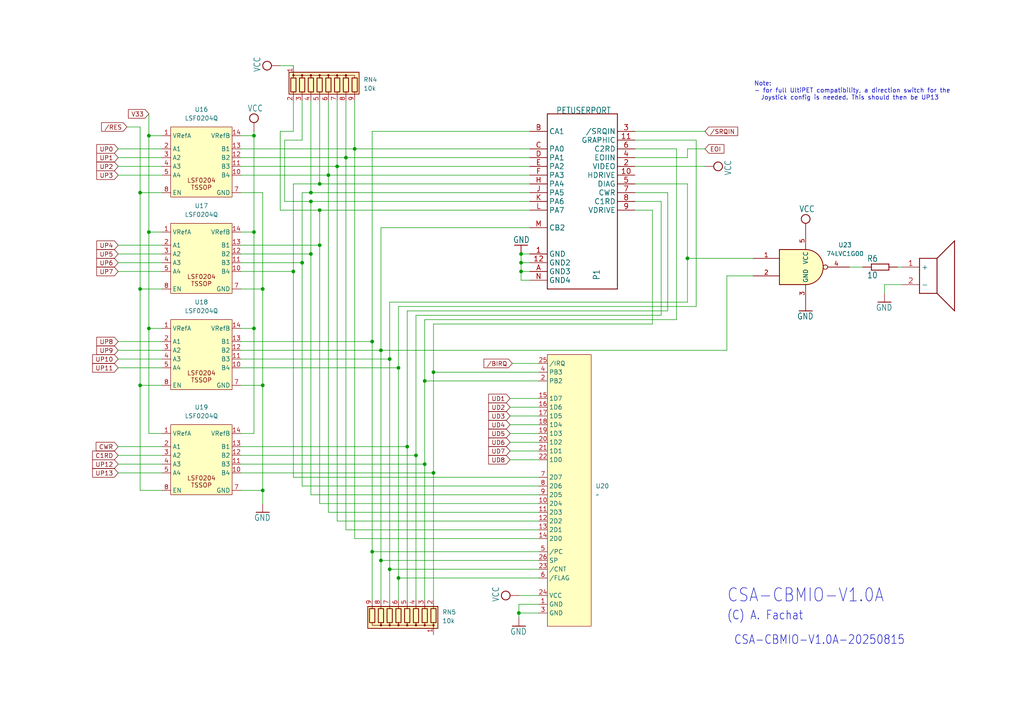
<source format=kicad_sch>
(kicad_sch (version 20250114) (generator "eeschema") (generator_version "9.0")
  (paper "A4")
  (lib_symbols
    (symbol "74xGxx:74LVC1G00"
      (property "Reference" "U" (at -5.08 7.62 0))
      (property "Value" "74LVC1G00" (at 7.62 -7.62 0))
      (symbol "74LVC1G00_0_1"
        (arc (start 0 5.08) (mid 5.0579 0) (end 0 -5.08) (stroke (width 0.254)) (fill (type background)))
        (polyline (pts (xy 0 -5.08) (xy -7.62 -5.08) (xy -7.62 5.08) (xy 0 5.08)) (stroke (width 0.254)) (fill (type background)))
      )
      (symbol "74LVC1G00_1_1"
        (pin input line (at -15.24 2.54 0) (length 7.62) (name "~") (number "1"))
        (pin input line (at -15.24 -2.54 0) (length 7.62) (name "~") (number "2"))
        (pin power_in line (at 0 10.16 270) (length 5.08) (name "VCC") (number "5"))
        (pin power_in line (at 0 -10.16 90) (length 5.08) (name "GND") (number "3"))
        (pin output inverted (at 12.7 0 180) (length 7.62) (name "~") (number "4"))
      )
    )
    (symbol "Device:R_Network08" (pin_names (offset 0) (hide yes))
      (property "Reference" "RN" (at -12.7 0 90))
      (property "Value" "R_Network08" (at 10.16 0 90))
      (symbol "R_Network08_0_1"
        (rectangle (start -11.43 -3.175) (end 8.89 3.175) (stroke (width 0.254)) (fill (type background)))
        (rectangle (start -10.922 1.524) (end -9.398 -2.54) (stroke (width 0.254)))
        (circle (center -10.16 2.286) (radius 0.254) (fill (type outline)))
        (polyline (pts (xy -10.16 1.524) (xy -10.16 2.286) (xy -7.62 2.286) (xy -7.62 1.524)))
        (polyline (pts (xy -10.16 -2.54) (xy -10.16 -3.81)))
        (rectangle (start -8.382 1.524) (end -6.858 -2.54) (stroke (width 0.254)))
        (circle (center -7.62 2.286) (radius 0.254) (fill (type outline)))
        (polyline (pts (xy -7.62 1.524) (xy -7.62 2.286) (xy -5.08 2.286) (xy -5.08 1.524)))
        (polyline (pts (xy -7.62 -2.54) (xy -7.62 -3.81)))
        (rectangle (start -5.842 1.524) (end -4.318 -2.54) (stroke (width 0.254)))
        (circle (center -5.08 2.286) (radius 0.254) (fill (type outline)))
        (polyline (pts (xy -5.08 1.524) (xy -5.08 2.286) (xy -2.54 2.286) (xy -2.54 1.524)))
        (polyline (pts (xy -5.08 -2.54) (xy -5.08 -3.81)))
        (rectangle (start -3.302 1.524) (end -1.778 -2.54) (stroke (width 0.254)))
        (circle (center -2.54 2.286) (radius 0.254) (fill (type outline)))
        (polyline (pts (xy -2.54 1.524) (xy -2.54 2.286) (xy 0 2.286) (xy 0 1.524)))
        (polyline (pts (xy -2.54 -2.54) (xy -2.54 -3.81)))
        (rectangle (start -0.762 1.524) (end 0.762 -2.54) (stroke (width 0.254)))
        (circle (center 0 2.286) (radius 0.254) (fill (type outline)))
        (polyline (pts (xy 0 1.524) (xy 0 2.286) (xy 2.54 2.286) (xy 2.54 1.524)))
        (polyline (pts (xy 0 -2.54) (xy 0 -3.81)))
        (rectangle (start 1.778 1.524) (end 3.302 -2.54) (stroke (width 0.254)))
        (circle (center 2.54 2.286) (radius 0.254) (fill (type outline)))
        (polyline (pts (xy 2.54 1.524) (xy 2.54 2.286) (xy 5.08 2.286) (xy 5.08 1.524)))
        (polyline (pts (xy 2.54 -2.54) (xy 2.54 -3.81)))
        (rectangle (start 4.318 1.524) (end 5.842 -2.54) (stroke (width 0.254)))
        (circle (center 5.08 2.286) (radius 0.254) (fill (type outline)))
        (polyline (pts (xy 5.08 1.524) (xy 5.08 2.286) (xy 7.62 2.286) (xy 7.62 1.524)))
        (polyline (pts (xy 5.08 -2.54) (xy 5.08 -3.81)))
        (rectangle (start 6.858 1.524) (end 8.382 -2.54) (stroke (width 0.254)))
        (polyline (pts (xy 7.62 -2.54) (xy 7.62 -3.81)))
      )
      (symbol "R_Network08_1_1"
        (pin passive line (at -10.16 5.08 270) (length 2.54) (name "common") (number "1"))
        (pin passive line (at -10.16 -5.08 90) (length 1.27) (name "R1") (number "2"))
        (pin passive line (at -7.62 -5.08 90) (length 1.27) (name "R2") (number "3"))
        (pin passive line (at -5.08 -5.08 90) (length 1.27) (name "R3") (number "4"))
        (pin passive line (at -2.54 -5.08 90) (length 1.27) (name "R4") (number "5"))
        (pin passive line (at 0 -5.08 90) (length 1.27) (name "R5") (number "6"))
        (pin passive line (at 2.54 -5.08 90) (length 1.27) (name "R6") (number "7"))
        (pin passive line (at 5.08 -5.08 90) (length 1.27) (name "R7") (number "8"))
        (pin passive line (at 7.62 -5.08 90) (length 1.27) (name "R8") (number "9"))
      )
    )
    (symbol "csa_petio_v1-eagle-import:CBM2USER"
      (property "Reference" "U" (at 0 0 0))
      (symbol "CBM2USER_1_1"
        (rectangle (start -6.35 30.48) (end 6.35 -48.26) (fill (type background)))
        (pin input line (at -8.89 27.94 0) (length 2.54) (name "/IRQ") (number "25"))
        (pin input line (at -8.89 25.4 0) (length 2.54) (name "PB3") (number "4"))
        (pin input line (at -8.89 22.86 0) (length 2.54) (name "PB2") (number "2"))
        (pin input line (at -8.89 17.78 0) (length 2.54) (name "1D7") (number "15"))
        (pin input line (at -8.89 15.24 0) (length 2.54) (name "1D6") (number "16"))
        (pin input line (at -8.89 12.7 0) (length 2.54) (name "1D5") (number "17"))
        (pin input line (at -8.89 10.16 0) (length 2.54) (name "1D4") (number "18"))
        (pin input line (at -8.89 7.62 0) (length 2.54) (name "1D3") (number "19"))
        (pin input line (at -8.89 5.08 0) (length 2.54) (name "1D2") (number "20"))
        (pin input line (at -8.89 2.54 0) (length 2.54) (name "1D1") (number "21"))
        (pin input line (at -8.89 0 0) (length 2.54) (name "1D0") (number "22"))
        (pin input line (at -8.89 -5.08 0) (length 2.54) (name "2D7") (number "7"))
        (pin input line (at -8.89 -7.62 0) (length 2.54) (name "2D6") (number "8"))
        (pin input line (at -8.89 -10.16 0) (length 2.54) (name "2D5") (number "9"))
        (pin input line (at -8.89 -12.7 0) (length 2.54) (name "2D4") (number "10"))
        (pin input line (at -8.89 -15.24 0) (length 2.54) (name "2D3") (number "11"))
        (pin input line (at -8.89 -17.78 0) (length 2.54) (name "2D2") (number "12"))
        (pin input line (at -8.89 -20.32 0) (length 2.54) (name "2D1") (number "13"))
        (pin input line (at -8.89 -22.86 0) (length 2.54) (name "2D0") (number "14"))
        (pin input line (at -8.89 -26.67 0) (length 2.54) (name "/PC") (number "5"))
        (pin input line (at -8.89 -29.21 0) (length 2.54) (name "SP") (number "26"))
        (pin input line (at -8.89 -31.75 0) (length 2.54) (name "/CNT") (number "23"))
        (pin input line (at -8.89 -34.29 0) (length 2.54) (name "/FLAG") (number "6"))
        (pin input line (at -8.89 -39.37 0) (length 2.54) (name "VCC") (number "24"))
        (pin input line (at -8.89 -41.91 0) (length 2.54) (name "GND") (number "1"))
        (pin input line (at -8.89 -44.45 0) (length 2.54) (name "GND") (number "3"))
      )
    )
    (symbol "csa_petio_v1-eagle-import:GND" (power)
      (symbol "GND_1_0"
        (polyline (pts (xy -1.905 0) (xy 1.905 0)) (stroke (width 0.254)))
        (pin power_in line (at 0 2.54 270) (length 2.54) (name "GND") (number "1"))
      )
    )
    (symbol "csa_petio_v1-eagle-import:LSF0204Q"
      (property "Reference" "U" (at 0 0 0))
      (symbol "LSF0204Q_1_1"
        (rectangle (start -8.89 7.62) (end 8.89 -12.7) (fill (type background)))
        (text "LSF0204\nTSSOP" (at 0 -8.89 0) (effects (font (size 1.27 1.27))))
        (pin bidirectional line (at -11.43 5.08 0) (length 2.54) (name "VRefA") (number "1"))
        (pin bidirectional line (at -11.43 1.27 0) (length 2.54) (name "A1") (number "2"))
        (pin bidirectional line (at -11.43 -1.27 0) (length 2.54) (name "A2") (number "3"))
        (pin bidirectional line (at -11.43 -3.81 0) (length 2.54) (name "A3") (number "4"))
        (pin bidirectional line (at -11.43 -6.35 0) (length 2.54) (name "A4") (number "5"))
        (pin bidirectional line (at -11.43 -11.43 0) (length 2.54) (name "EN") (number "8"))
        (pin bidirectional line (at 11.43 5.08 180) (length 2.54) (name "VRefB") (number "14"))
        (pin bidirectional line (at 11.43 1.27 180) (length 2.54) (name "B1") (number "13"))
        (pin bidirectional line (at 11.43 -1.27 180) (length 2.54) (name "B2") (number "12"))
        (pin bidirectional line (at 11.43 -3.81 180) (length 2.54) (name "B3") (number "11"))
        (pin bidirectional line (at 11.43 -6.35 180) (length 2.54) (name "B4") (number "10"))
        (pin bidirectional line (at 11.43 -11.43 180) (length 2.54) (name "GND") (number "7"))
      )
    )
    (symbol "csa_petio_v1-eagle-import:PETUSERPORT"
      (property "Reference" "P" (at -2.54 -20.32 90))
      (symbol "PETUSERPORT_1_0"
        (polyline (pts (xy -17.78 27.94) (xy 2.54 27.94)) (stroke (width 0.254)))
        (polyline (pts (xy -17.78 -22.86) (xy -17.78 27.94)) (stroke (width 0.254)))
        (polyline (pts (xy 2.54 27.94) (xy 2.54 -22.86)) (stroke (width 0.254)))
        (polyline (pts (xy 2.54 -22.86) (xy -17.78 -22.86)) (stroke (width 0.254)))
        (pin bidirectional line (at -22.86 22.86 0) (length 5.08) (name "CA1") (number "B"))
        (pin bidirectional line (at -22.86 17.78 0) (length 5.08) (name "PA0") (number "C"))
        (pin bidirectional line (at -22.86 15.24 0) (length 5.08) (name "PA1") (number "D"))
        (pin bidirectional line (at -22.86 12.7 0) (length 5.08) (name "PA2") (number "E"))
        (pin bidirectional line (at -22.86 10.16 0) (length 5.08) (name "PA3") (number "F"))
        (pin bidirectional line (at -22.86 7.62 0) (length 5.08) (name "PA4") (number "H"))
        (pin bidirectional line (at -22.86 5.08 0) (length 5.08) (name "PA5") (number "J"))
        (pin bidirectional line (at -22.86 2.54 0) (length 5.08) (name "PA6") (number "K"))
        (pin bidirectional line (at -22.86 0 0) (length 5.08) (name "PA7") (number "L"))
        (pin bidirectional line (at -22.86 -5.08 0) (length 5.08) (name "CB2") (number "M"))
        (pin bidirectional line (at -22.86 -12.7 0) (length 5.08) (name "GND") (number "1"))
        (pin bidirectional line (at -22.86 -15.24 0) (length 5.08) (name "GND2") (number "12"))
        (pin bidirectional line (at -22.86 -17.78 0) (length 5.08) (name "GND3") (number "A"))
        (pin bidirectional line (at -22.86 -20.32 0) (length 5.08) (name "GND4") (number "N"))
        (pin bidirectional line (at 7.62 22.86 180) (length 5.08) (name "/SRQIN") (number "3"))
        (pin bidirectional line (at 7.62 20.32 180) (length 5.08) (name "GRAPHIC") (number "11"))
        (pin bidirectional line (at 7.62 17.78 180) (length 5.08) (name "C2RD") (number "6"))
        (pin bidirectional line (at 7.62 15.24 180) (length 5.08) (name "EOIIN") (number "4"))
        (pin bidirectional line (at 7.62 12.7 180) (length 5.08) (name "VIDEO") (number "2"))
        (pin bidirectional line (at 7.62 10.16 180) (length 5.08) (name "HDRIVE") (number "10"))
        (pin bidirectional line (at 7.62 7.62 180) (length 5.08) (name "DIAG") (number "5"))
        (pin bidirectional line (at 7.62 5.08 180) (length 5.08) (name "CWR") (number "7"))
        (pin bidirectional line (at 7.62 2.54 180) (length 5.08) (name "C1RD") (number "8"))
        (pin bidirectional line (at 7.62 0 180) (length 5.08) (name "VDRIVE") (number "9"))
      )
    )
    (symbol "csa_petio_v1-eagle-import:PIEZOBEEPERPIEZO"
      (symbol "PIEZOBEEPERPIEZO_1_0"
        (polyline (pts (xy -17.78 2.54) (xy 2.54 2.54)) (stroke (width 0.254)))
        (polyline (pts (xy -12.7 12.7) (xy -2.54 12.7)) (stroke (width 0.254)))
        (polyline (pts (xy -12.7 7.62) (xy -17.78 2.54)) (stroke (width 0.254)))
        (polyline (pts (xy -12.7 7.62) (xy -12.7 12.7)) (stroke (width 0.254)))
        (polyline (pts (xy -2.54 12.7) (xy -2.54 7.62)) (stroke (width 0.254)))
        (polyline (pts (xy -2.54 7.62) (xy -12.7 7.62)) (stroke (width 0.254)))
        (polyline (pts (xy 2.54 2.54) (xy -2.54 7.62)) (stroke (width 0.254)))
        (pin bidirectional line (at -10.16 17.78 270) (length 5.08) (name "-") (number "2"))
        (pin bidirectional line (at -5.08 17.78 270) (length 5.08) (name "+") (number "1"))
      )
    )
    (symbol "csa_petio_v1-eagle-import:R-EU_0207/10"
      (property "Reference" "R" (at -3.81 1.4986 0))
      (symbol "R-EU_0207/10_1_0"
        (polyline (pts (xy -2.54 -0.889) (xy -2.54 0.889)) (stroke (width 0.254)))
        (polyline (pts (xy -2.54 -0.889) (xy 2.54 -0.889)) (stroke (width 0.254)))
        (polyline (pts (xy 2.54 0.889) (xy -2.54 0.889)) (stroke (width 0.254)))
        (polyline (pts (xy 2.54 -0.889) (xy 2.54 0.889)) (stroke (width 0.254)))
        (pin passive line (at -5.08 0 0) (length 2.54) (name "1") (number "1"))
        (pin passive line (at 5.08 0 180) (length 2.54) (name "2") (number "2"))
      )
    )
    (symbol "csa_petio_v1-eagle-import:VCC" (power)
      (symbol "VCC_1_0"
        (circle (center 0 1.27) (radius 1.27) (stroke (width 0.254)))
        (pin power_in line (at 0 -2.54 90) (length 2.54) (name "VCC") (number "1"))
      )
    )
  )
  (text "Note:\n- for full UltiPET compatibility, a direction switch for the \n  Joystick config is needed. This should then be UP13\n" (at 218.694 26.416 0) (effects (font (size 1.27 1.27)) (justify left)))
  (text "CSA-CBMIO-V1.0A" (at 210.82 175.006 0) (effects (font (size 3.81 3.2385)) (justify left bottom)))
  (text "(C) A. Fachat" (at 210.82 180.086 0) (effects (font (size 2.54 2.159)) (justify left bottom)))
  (text "CSA-CBMIO-V1.0A-20250815" (at 212.852 187.198 0) (effects (font (size 2.54 2.159)) (justify left bottom)))
  (junction (at 120.65 132.08))
  (junction (at 110.49 162.56))
  (junction (at 113.03 104.14))
  (junction (at 92.71 53.34))
  (junction (at 40.64 83.82))
  (junction (at 90.17 73.66))
  (junction (at 107.95 160.02))
  (junction (at 151.13 73.66))
  (junction (at 150.495 177.8))
  (junction (at 115.57 106.68))
  (junction (at 123.19 134.62))
  (junction (at 102.87 43.18))
  (junction (at 90.17 55.88))
  (junction (at 40.64 55.88))
  (junction (at 92.71 71.12))
  (junction (at 43.18 95.25))
  (junction (at 151.13 76.2))
  (junction (at 43.18 67.31))
  (junction (at 73.66 95.25))
  (junction (at 97.79 48.26))
  (junction (at 107.95 99.06))
  (junction (at 100.33 45.72))
  (junction (at 90.17 58.42))
  (junction (at 199.39 74.93))
  (junction (at 87.63 76.2))
  (junction (at 76.2 83.82))
  (junction (at 125.73 137.16))
  (junction (at 151.13 78.74))
  (junction (at 76.2 142.24))
  (junction (at 110.49 101.6))
  (junction (at 123.19 110.49))
  (junction (at 40.64 111.76))
  (junction (at 113.03 165.1))
  (junction (at 92.71 60.96))
  (junction (at 118.11 129.54))
  (junction (at 115.57 167.64))
  (junction (at 76.2 111.76))
  (junction (at 85.09 78.74))
  (junction (at 73.66 67.31))
  (junction (at 43.18 39.37))
  (junction (at 125.73 107.95))
  (junction (at 73.66 39.37))
  (junction (at 95.25 50.8))
  (wire (pts (xy 34.29 43.18) (xy 46.99 43.18)))
  (wire (pts (xy 150.495 177.8) (xy 150.495 179.07)))
  (wire (pts (xy 36.83 36.83) (xy 40.64 36.83)))
  (wire (pts (xy 191.77 58.42) (xy 191.77 91.44)))
  (wire (pts (xy 113.03 165.1) (xy 156.21 165.1)))
  (wire (pts (xy 90.17 29.21) (xy 90.17 55.88)))
  (wire (pts (xy 110.49 162.56) (xy 156.21 162.56)))
  (wire (pts (xy 40.64 111.76) (xy 46.99 111.76)))
  (wire (pts (xy 100.33 45.72) (xy 153.67 45.72)))
  (wire (pts (xy 34.29 137.16) (xy 46.99 137.16)))
  (wire (pts (xy 34.29 76.2) (xy 46.99 76.2)))
  (wire (pts (xy 113.03 165.1) (xy 113.03 173.99)))
  (wire (pts (xy 34.29 73.66) (xy 46.99 73.66)))
  (wire (pts (xy 147.955 125.73) (xy 156.21 125.73)))
  (wire (pts (xy 199.39 53.34) (xy 184.15 53.34)))
  (wire (pts (xy 43.18 67.31) (xy 43.18 95.25)))
  (wire (pts (xy 43.18 33.02) (xy 43.18 39.37)))
  (wire (pts (xy 69.85 106.68) (xy 115.57 106.68)))
  (wire (pts (xy 156.21 138.43) (xy 85.09 138.43)))
  (wire (pts (xy 246.38 77.47) (xy 250.19 77.47)))
  (wire (pts (xy 201.93 40.64) (xy 184.15 40.64)))
  (wire (pts (xy 34.29 78.74) (xy 46.99 78.74)))
  (wire (pts (xy 189.23 93.98) (xy 189.23 60.96)))
  (wire (pts (xy 115.57 106.68) (xy 115.57 88.9)))
  (wire (pts (xy 102.87 29.21) (xy 102.87 43.18)))
  (wire (pts (xy 69.85 101.6) (xy 110.49 101.6)))
  (wire (pts (xy 120.65 91.44) (xy 191.77 91.44)))
  (wire (pts (xy 153.67 73.66) (xy 151.13 73.66)) (stroke (width 0.1524)))
  (wire (pts (xy 147.955 133.35) (xy 156.21 133.35)))
  (wire (pts (xy 150.495 175.26) (xy 150.495 177.8)))
  (wire (pts (xy 184.15 48.26) (xy 204.47 48.26)))
  (wire (pts (xy 43.18 39.37) (xy 46.99 39.37)))
  (wire (pts (xy 34.29 45.72) (xy 46.99 45.72)))
  (wire (pts (xy 150.495 177.8) (xy 156.21 177.8)))
  (wire (pts (xy 97.79 29.21) (xy 97.79 48.26)))
  (wire (pts (xy 69.85 48.26) (xy 97.79 48.26)))
  (wire (pts (xy 34.29 134.62) (xy 46.99 134.62)))
  (wire (pts (xy 196.215 43.18) (xy 184.15 43.18)))
  (wire (pts (xy 199.39 43.18) (xy 204.47 43.18)))
  (wire (pts (xy 256.54 82.55) (xy 261.62 82.55)) (stroke (width 0.1524)))
  (wire (pts (xy 69.85 137.16) (xy 125.73 137.16)))
  (wire (pts (xy 153.67 81.28) (xy 151.13 81.28)) (stroke (width 0.1524)))
  (wire (pts (xy 153.67 78.74) (xy 151.13 78.74)) (stroke (width 0.1524)))
  (wire (pts (xy 73.66 67.31) (xy 73.66 95.25)))
  (wire (pts (xy 69.85 39.37) (xy 73.66 39.37)))
  (wire (pts (xy 110.49 162.56) (xy 110.49 101.6)))
  (wire (pts (xy 150.495 172.72) (xy 156.21 172.72)))
  (wire (pts (xy 148.59 105.41) (xy 156.21 105.41)))
  (wire (pts (xy 95.25 29.21) (xy 95.25 50.8)))
  (wire (pts (xy 184.15 55.88) (xy 193.675 55.88)))
  (wire (pts (xy 189.23 60.96) (xy 184.15 60.96)))
  (wire (pts (xy 115.57 88.9) (xy 201.93 88.9)))
  (wire (pts (xy 43.18 39.37) (xy 43.18 67.31)))
  (wire (pts (xy 69.85 67.31) (xy 73.66 67.31)))
  (wire (pts (xy 199.39 74.93) (xy 199.39 53.34)))
  (wire (pts (xy 43.18 125.73) (xy 46.99 125.73)))
  (wire (pts (xy 34.29 48.26) (xy 46.99 48.26)))
  (wire (pts (xy 123.19 134.62) (xy 123.19 173.99)))
  (wire (pts (xy 81.28 60.96) (xy 92.71 60.96)))
  (wire (pts (xy 113.03 104.14) (xy 113.03 87.63)))
  (wire (pts (xy 69.85 43.18) (xy 102.87 43.18)))
  (wire (pts (xy 199.39 45.72) (xy 199.39 43.18)))
  (wire (pts (xy 113.03 165.1) (xy 113.03 104.14)))
  (wire (pts (xy 82.55 40.64) (xy 82.55 58.42)))
  (wire (pts (xy 69.85 142.24) (xy 76.2 142.24)))
  (wire (pts (xy 115.57 167.64) (xy 115.57 106.68)))
  (wire (pts (xy 40.64 142.24) (xy 46.99 142.24)))
  (wire (pts (xy 156.21 143.51) (xy 90.17 143.51)))
  (wire (pts (xy 102.87 43.18) (xy 153.67 43.18)))
  (wire (pts (xy 123.19 110.49) (xy 123.19 134.62)))
  (wire (pts (xy 147.955 123.19) (xy 156.21 123.19)))
  (wire (pts (xy 256.54 82.55) (xy 256.54 85.09)) (stroke (width 0.1524)))
  (wire (pts (xy 69.85 50.8) (xy 95.25 50.8)))
  (wire (pts (xy 196.215 43.18) (xy 196.215 92.71)))
  (wire (pts (xy 69.85 104.14) (xy 113.03 104.14)))
  (wire (pts (xy 156.21 107.95) (xy 125.73 107.95)))
  (wire (pts (xy 115.57 167.64) (xy 115.57 173.99)))
  (wire (pts (xy 125.73 93.98) (xy 189.23 93.98)))
  (wire (pts (xy 85.09 53.34) (xy 85.09 78.74)))
  (wire (pts (xy 92.71 53.34) (xy 153.67 53.34)))
  (wire (pts (xy 151.13 76.2) (xy 151.13 73.66)) (stroke (width 0.1524)))
  (wire (pts (xy 87.63 55.88) (xy 90.17 55.88)))
  (wire (pts (xy 147.955 115.57) (xy 156.21 115.57)))
  (wire (pts (xy 123.19 92.71) (xy 196.215 92.71)))
  (wire (pts (xy 95.25 50.8) (xy 153.67 50.8)))
  (wire (pts (xy 40.64 83.82) (xy 40.64 111.76)))
  (wire (pts (xy 102.87 156.21) (xy 102.87 43.18)))
  (wire (pts (xy 118.11 90.17) (xy 193.675 90.17)))
  (wire (pts (xy 85.09 138.43) (xy 85.09 78.74)))
  (wire (pts (xy 118.11 129.54) (xy 118.11 173.99)))
  (wire (pts (xy 85.09 38.1) (xy 81.28 38.1)))
  (wire (pts (xy 107.95 38.1) (xy 107.95 99.06)))
  (wire (pts (xy 69.85 45.72) (xy 100.33 45.72)))
  (wire (pts (xy 123.19 92.71) (xy 123.19 110.49)))
  (wire (pts (xy 34.29 106.68) (xy 46.99 106.68)))
  (wire (pts (xy 85.09 53.34) (xy 92.71 53.34)))
  (wire (pts (xy 69.85 134.62) (xy 123.19 134.62)))
  (wire (pts (xy 90.17 58.42) (xy 90.17 73.66)))
  (wire (pts (xy 34.29 129.54) (xy 46.99 129.54)))
  (wire (pts (xy 100.33 153.67) (xy 100.33 45.72)))
  (wire (pts (xy 76.2 142.24) (xy 76.2 146.05)))
  (wire (pts (xy 218.44 80.01) (xy 210.82 80.01)))
  (wire (pts (xy 34.29 71.12) (xy 46.99 71.12)))
  (wire (pts (xy 97.79 48.26) (xy 153.67 48.26)))
  (wire (pts (xy 156.21 146.05) (xy 92.71 146.05)))
  (wire (pts (xy 151.13 78.74) (xy 151.13 76.2)) (stroke (width 0.1524)))
  (wire (pts (xy 87.63 29.21) (xy 87.63 40.64)))
  (wire (pts (xy 69.85 73.66) (xy 90.17 73.66)))
  (wire (pts (xy 110.49 66.04) (xy 153.67 66.04)))
  (wire (pts (xy 201.93 88.9) (xy 201.93 40.64)))
  (wire (pts (xy 125.73 107.95) (xy 125.73 137.16)))
  (wire (pts (xy 193.675 55.88) (xy 193.675 90.17)))
  (wire (pts (xy 153.67 76.2) (xy 151.13 76.2)) (stroke (width 0.1524)))
  (wire (pts (xy 123.19 110.49) (xy 156.21 110.49)))
  (wire (pts (xy 118.11 129.54) (xy 118.11 90.17)))
  (wire (pts (xy 69.85 111.76) (xy 76.2 111.76)))
  (wire (pts (xy 92.71 146.05) (xy 92.71 71.12)))
  (wire (pts (xy 73.66 38.1) (xy 73.66 39.37)))
  (wire (pts (xy 69.85 132.08) (xy 120.65 132.08)))
  (wire (pts (xy 156.21 153.67) (xy 100.33 153.67)))
  (wire (pts (xy 210.82 80.01) (xy 210.82 101.6)))
  (wire (pts (xy 34.29 104.14) (xy 46.99 104.14)))
  (wire (pts (xy 40.64 36.83) (xy 40.64 55.88)))
  (wire (pts (xy 40.64 111.76) (xy 40.64 142.24)))
  (wire (pts (xy 69.85 76.2) (xy 87.63 76.2)))
  (wire (pts (xy 73.66 125.73) (xy 73.66 95.25)))
  (wire (pts (xy 90.17 73.66) (xy 90.17 143.51)))
  (wire (pts (xy 147.955 120.65) (xy 156.21 120.65)))
  (wire (pts (xy 43.18 95.25) (xy 43.18 125.73)))
  (wire (pts (xy 73.66 95.25) (xy 69.85 95.25)))
  (wire (pts (xy 76.2 111.76) (xy 76.2 142.24)))
  (wire (pts (xy 120.65 132.08) (xy 120.65 173.99)))
  (wire (pts (xy 81.28 38.1) (xy 81.28 60.96)))
  (wire (pts (xy 92.71 60.96) (xy 92.71 71.12)))
  (wire (pts (xy 156.21 148.59) (xy 95.25 148.59)))
  (wire (pts (xy 34.29 99.06) (xy 46.99 99.06)))
  (wire (pts (xy 156.21 151.13) (xy 97.79 151.13)))
  (wire (pts (xy 107.95 99.06) (xy 69.85 99.06)))
  (wire (pts (xy 184.15 45.72) (xy 199.39 45.72)))
  (wire (pts (xy 40.64 55.88) (xy 46.99 55.88)))
  (wire (pts (xy 125.73 137.16) (xy 125.73 173.99)))
  (wire (pts (xy 107.95 99.06) (xy 107.95 160.02)))
  (wire (pts (xy 73.66 39.37) (xy 73.66 67.31)))
  (wire (pts (xy 81.28 19.05) (xy 85.09 19.05)))
  (wire (pts (xy 69.85 125.73) (xy 73.66 125.73)))
  (wire (pts (xy 69.85 129.54) (xy 118.11 129.54)))
  (wire (pts (xy 34.29 101.6) (xy 46.99 101.6)))
  (wire (pts (xy 199.39 74.93) (xy 218.44 74.93)))
  (wire (pts (xy 95.25 148.59) (xy 95.25 50.8)))
  (wire (pts (xy 69.85 83.82) (xy 76.2 83.82)))
  (wire (pts (xy 40.64 83.82) (xy 46.99 83.82)))
  (wire (pts (xy 125.73 107.95) (xy 125.73 93.98)))
  (wire (pts (xy 260.35 77.47) (xy 261.62 77.47)) (stroke (width 0.1524)))
  (wire (pts (xy 40.64 55.88) (xy 40.64 83.82)))
  (wire (pts (xy 92.71 29.21) (xy 92.71 53.34)))
  (wire (pts (xy 69.85 78.74) (xy 85.09 78.74)))
  (wire (pts (xy 147.955 130.81) (xy 156.21 130.81)))
  (wire (pts (xy 156.21 175.26) (xy 150.495 175.26)))
  (wire (pts (xy 92.71 60.96) (xy 153.67 60.96)))
  (wire (pts (xy 151.13 81.28) (xy 151.13 78.74)) (stroke (width 0.1524)))
  (wire (pts (xy 110.49 101.6) (xy 110.49 66.04)))
  (wire (pts (xy 85.09 29.21) (xy 85.09 38.1)))
  (wire (pts (xy 43.18 95.25) (xy 46.99 95.25)))
  (wire (pts (xy 43.18 67.31) (xy 46.99 67.31)))
  (wire (pts (xy 113.03 87.63) (xy 199.39 87.63)))
  (wire (pts (xy 110.49 162.56) (xy 110.49 173.99)))
  (wire (pts (xy 147.955 128.27) (xy 156.21 128.27)))
  (wire (pts (xy 90.17 55.88) (xy 153.67 55.88)))
  (wire (pts (xy 184.15 38.1) (xy 204.47 38.1)))
  (wire (pts (xy 147.955 118.11) (xy 156.21 118.11)))
  (wire (pts (xy 69.85 71.12) (xy 92.71 71.12)))
  (wire (pts (xy 34.29 132.08) (xy 46.99 132.08)))
  (wire (pts (xy 100.33 29.21) (xy 100.33 45.72)))
  (wire (pts (xy 199.39 87.63) (xy 199.39 74.93)))
  (wire (pts (xy 34.29 50.8) (xy 46.99 50.8)))
  (wire (pts (xy 76.2 83.82) (xy 76.2 111.76)))
  (wire (pts (xy 107.95 38.1) (xy 153.67 38.1)))
  (wire (pts (xy 156.21 140.97) (xy 87.63 140.97)))
  (wire (pts (xy 115.57 167.64) (xy 156.21 167.64)))
  (wire (pts (xy 97.79 151.13) (xy 97.79 48.26)))
  (wire (pts (xy 82.55 58.42) (xy 90.17 58.42)))
  (wire (pts (xy 87.63 55.88) (xy 87.63 76.2)))
  (wire (pts (xy 87.63 140.97) (xy 87.63 76.2)))
  (wire (pts (xy 156.21 156.21) (xy 102.87 156.21)))
  (wire (pts (xy 184.15 58.42) (xy 191.77 58.42)))
  (wire (pts (xy 87.63 40.64) (xy 82.55 40.64)))
  (wire (pts (xy 76.2 55.88) (xy 76.2 83.82)))
  (wire (pts (xy 107.95 160.02) (xy 156.21 160.02)))
  (wire (pts (xy 90.17 58.42) (xy 153.67 58.42)))
  (wire (pts (xy 210.82 101.6) (xy 110.49 101.6)))
  (wire (pts (xy 120.65 91.44) (xy 120.65 132.08)))
  (wire (pts (xy 69.85 55.88) (xy 76.2 55.88)))
  (wire (pts (xy 107.95 160.02) (xy 107.95 173.99)))
  (global_label "UD8" (shape input) (at 147.955 133.35 180) (property "Intersheetrefs" "${INTERSHEET_REFS}" (effects (hide yes))))
  (global_label "V33" (shape input) (at 43.18 33.02 180) (property "Intersheetrefs" "${INTERSHEET_REFS}" (effects (hide yes))))
  (global_label "UD6" (shape input) (at 147.955 128.27 180) (property "Intersheetrefs" "${INTERSHEET_REFS}" (effects (hide yes))))
  (global_label "{slash}RES" (shape input) (at 36.83 36.83 180) (property "Intersheetrefs" "${INTERSHEET_REFS}" (effects (hide yes))))
  (global_label "UP1" (shape input) (at 34.29 45.72 180) (property "Intersheetrefs" "${INTERSHEET_REFS}" (effects (hide yes))))
  (global_label "UP9" (shape input) (at 34.29 101.6 180) (property "Intersheetrefs" "${INTERSHEET_REFS}" (effects (hide yes))))
  (global_label "C1RD" (shape input) (at 34.29 132.08 180) (property "Intersheetrefs" "${INTERSHEET_REFS}" (effects (hide yes))))
  (global_label "UD7" (shape input) (at 147.955 130.81 180) (property "Intersheetrefs" "${INTERSHEET_REFS}" (effects (hide yes))))
  (global_label "UD3" (shape input) (at 147.955 120.65 180) (property "Intersheetrefs" "${INTERSHEET_REFS}" (effects (hide yes))))
  (global_label "UP11" (shape input) (at 34.29 106.68 180) (property "Intersheetrefs" "${INTERSHEET_REFS}" (effects (hide yes))))
  (global_label "UD4" (shape input) (at 147.955 123.19 180) (property "Intersheetrefs" "${INTERSHEET_REFS}" (effects (hide yes))))
  (global_label "UP2" (shape input) (at 34.29 48.26 180) (property "Intersheetrefs" "${INTERSHEET_REFS}" (effects (hide yes))))
  (global_label "{slash}BIRQ" (shape input) (at 148.59 105.41 180) (property "Intersheetrefs" "${INTERSHEET_REFS}" (effects (hide yes))))
  (global_label "UD5" (shape input) (at 147.955 125.73 180) (property "Intersheetrefs" "${INTERSHEET_REFS}" (effects (hide yes))))
  (global_label "UP7" (shape input) (at 34.29 78.74 180) (property "Intersheetrefs" "${INTERSHEET_REFS}" (effects (hide yes))))
  (global_label "EOI" (shape input) (at 204.47 43.18 0) (property "Intersheetrefs" "${INTERSHEET_REFS}" (effects (hide yes))))
  (global_label "UD2" (shape input) (at 147.955 118.11 180) (property "Intersheetrefs" "${INTERSHEET_REFS}" (effects (hide yes))))
  (global_label "UP13" (shape input) (at 34.29 137.16 180) (property "Intersheetrefs" "${INTERSHEET_REFS}" (effects (hide yes))))
  (global_label "UP8" (shape input) (at 34.29 99.06 180) (property "Intersheetrefs" "${INTERSHEET_REFS}" (effects (hide yes))))
  (global_label "{slash}SRQIN" (shape input) (at 204.47 38.1 0) (property "Intersheetrefs" "${INTERSHEET_REFS}" (effects (hide yes))))
  (global_label "UP6" (shape input) (at 34.29 76.2 180) (property "Intersheetrefs" "${INTERSHEET_REFS}" (effects (hide yes))))
  (global_label "CWR" (shape input) (at 34.29 129.54 180) (property "Intersheetrefs" "${INTERSHEET_REFS}" (effects (hide yes))))
  (global_label "UP10" (shape input) (at 34.29 104.14 180) (property "Intersheetrefs" "${INTERSHEET_REFS}" (effects (hide yes))))
  (global_label "UP12" (shape input) (at 34.29 134.62 180) (property "Intersheetrefs" "${INTERSHEET_REFS}" (effects (hide yes))))
  (global_label "UP0" (shape input) (at 34.29 43.18 180) (property "Intersheetrefs" "${INTERSHEET_REFS}" (effects (hide yes))))
  (global_label "UD1" (shape input) (at 147.955 115.57 180) (property "Intersheetrefs" "${INTERSHEET_REFS}" (effects (hide yes))))
  (global_label "UP3" (shape input) (at 34.29 50.8 180) (property "Intersheetrefs" "${INTERSHEET_REFS}" (effects (hide yes))))
  (global_label "UP5" (shape input) (at 34.29 73.66 180) (property "Intersheetrefs" "${INTERSHEET_REFS}" (effects (hide yes))))
  (global_label "UP4" (shape input) (at 34.29 71.12 180) (property "Intersheetrefs" "${INTERSHEET_REFS}" (effects (hide yes))))
  (symbol (lib_id "csa_petio_v1-eagle-import:VCC") (at 147.955 172.72 90) (unit 1)
    (property "Reference" "#V013" (effects (hide yes)))
    (property "Value" "VCC" (at 144.78 174.625 0) (effects (font (size 1.778 1.5113)) (justify left bottom)))
  )
  (symbol (lib_id "csa_petio_v1-eagle-import:GND") (at 151.13 71.12 180) (unit 1)
    (property "Reference" "#GND033" (effects (hide yes)))
    (property "Value" "GND" (at 153.67 68.58 0) (effects (font (size 1.778 1.5113)) (justify left bottom)))
  )
  (symbol (lib_id "Device:R_Network08") (at 115.57 179.07 180) (unit 1)
    (property "Reference" "RN5" (at 128.27 177.5459 0) (effects (justify right)))
    (property "Value" "10k" (at 128.27 180.0859 0) (effects (justify right)))
    (property "Footprint" "Resistor_THT:R_Array_SIP9" (effects (hide yes)))
    (property "Datasheet" "http://www.vishay.com/docs/31509/csc.pdf" (effects (hide yes)))
    (property "Description" "8 resistor network, star topology, bussed resistors, small symbol" (effects (hide yes)))
  )
  (symbol (lib_id "74xGxx:74LVC1G00") (at 233.68 77.47 0) (unit 1)
    (property "Reference" "U23" (at 245.11 71.0498 0))
    (property "Value" "74LVC1G00" (at 245.11 73.5898 0))
    (property "Footprint" "Package_TO_SOT_SMD:SOT-353_SC-70-5_Handsoldering" (effects (hide yes)))
    (property "Datasheet" "https://www.ti.com/lit/ds/symlink/sn74lvc1g00.pdf" (effects (hide yes)))
    (property "Description" "Single NAND Gate, Low-Voltage CMOS" (effects (hide yes)))
  )
  (symbol (lib_id "csa_petio_v1-eagle-import:GND") (at 150.495 181.61 0) (unit 1)
    (property "Reference" "#GND017" (effects (hide yes)))
    (property "Value" "GND" (at 147.955 184.15 0) (effects (font (size 1.778 1.5113)) (justify left bottom)))
  )
  (symbol (lib_id "csa_petio_v1-eagle-import:PIEZOBEEPERPIEZO") (at 279.4 72.39 90) (unit 1)
    (property "Reference" "BEEP1" (effects (hide yes)))
    (property "Value" "PIEZOBEEPERPIEZO" (effects (hide yes)))
    (property "Footprint" "csa_petio_v1:PIEZOBEEPER" (effects (hide yes)))
  )
  (symbol (lib_id "csa_petio_v1-eagle-import:LSF0204Q") (at 58.42 72.39 0) (unit 1)
    (property "Reference" "U17" (at 58.42 59.69 0))
    (property "Value" "LSF0204Q" (at 58.42 62.23 0))
    (property "Footprint" "Package_SO:TSSOP-14_4.4x5mm_P0.65mm" (effects (hide yes)))
  )
  (symbol (lib_id "csa_petio_v1-eagle-import:VCC") (at 78.74 19.05 90) (unit 1)
    (property "Reference" "#V017" (effects (hide yes)))
    (property "Value" "VCC" (at 75.565 20.955 0) (effects (font (size 1.778 1.5113)) (justify left bottom)))
  )
  (symbol (lib_id "csa_petio_v1-eagle-import:GND") (at 256.54 87.63 0) (unit 1)
    (property "Reference" "#GND9" (effects (hide yes)))
    (property "Value" "GND" (at 254 90.17 0) (effects (font (size 1.778 1.5113)) (justify left bottom)))
  )
  (symbol (lib_id "csa_petio_v1-eagle-import:LSF0204Q") (at 58.42 100.33 0) (unit 1)
    (property "Reference" "U18" (at 58.42 87.63 0))
    (property "Value" "LSF0204Q" (at 58.42 90.17 0))
    (property "Footprint" "Package_SO:TSSOP-14_4.4x5mm_P0.65mm" (effects (hide yes)))
  )
  (symbol (lib_id "csa_petio_v1-eagle-import:GND") (at 233.68 90.17 0) (unit 1)
    (property "Reference" "#GND039" (effects (hide yes)))
    (property "Value" "GND" (at 231.14 92.71 0) (effects (font (size 1.778 1.5113)) (justify left bottom)))
  )
  (symbol (lib_id "csa_petio_v1-eagle-import:LSF0204Q") (at 58.42 130.81 0) (unit 1)
    (property "Reference" "U19" (at 58.42 118.11 0))
    (property "Value" "LSF0204Q" (at 58.42 120.65 0))
    (property "Footprint" "Package_SO:TSSOP-14_4.4x5mm_P0.65mm" (effects (hide yes)))
  )
  (symbol (lib_id "csa_petio_v1-eagle-import:LSF0204Q") (at 58.42 44.45 0) (unit 1)
    (property "Reference" "U16" (at 58.42 31.75 0))
    (property "Value" "LSF0204Q" (at 58.42 34.29 0))
    (property "Footprint" "Package_SO:TSSOP-14_4.4x5mm_P0.65mm" (effects (hide yes)))
  )
  (symbol (lib_id "csa_petio_v1-eagle-import:VCC") (at 73.66 35.56 0) (unit 1)
    (property "Reference" "#V014" (effects (hide yes)))
    (property "Value" "VCC" (at 71.755 32.385 0) (effects (font (size 1.778 1.5113)) (justify left bottom)))
  )
  (symbol (lib_id "csa_petio_v1-eagle-import:VCC") (at 207.01 48.26 270) (unit 1)
    (property "Reference" "#V011" (effects (hide yes)))
    (property "Value" "VCC" (at 210.185 46.355 0) (effects (font (size 1.778 1.5113)) (justify left bottom)))
  )
  (symbol (lib_id "Device:R_Network08") (at 95.25 24.13 0) (unit 1)
    (property "Reference" "RN4" (at 105.41 23.1139 0) (effects (justify left)))
    (property "Value" "10k" (at 105.41 25.6539 0) (effects (justify left)))
    (property "Footprint" "Resistor_THT:R_Array_SIP9" (effects (hide yes)))
    (property "Datasheet" "http://www.vishay.com/docs/31509/csc.pdf" (effects (hide yes)))
    (property "Description" "8 resistor network, star topology, bussed resistors, small symbol" (effects (hide yes)))
  )
  (symbol (lib_id "csa_petio_v1-eagle-import:R-EU_0207/10") (at 255.27 77.47 0) (unit 1)
    (property "Reference" "R6" (at 251.46 75.9714 0) (effects (font (size 1.778 1.5113)) (justify left bottom)))
    (property "Value" "10" (at 251.46 80.772 0) (effects (font (size 1.778 1.5113)) (justify left bottom)))
    (property "Footprint" "csa_petio_v1:0207_10" (effects (hide yes)))
  )
  (symbol (lib_id "csa_petio_v1-eagle-import:PETUSERPORT") (at 176.53 60.96 0) (unit 1)
    (property "Reference" "P1" (at 173.99 81.28 90) (effects (font (size 1.778 1.5113)) (justify left bottom)))
    (property "Value" "PETUSERPORT" (at 161.29 33.02 0) (effects (font (size 1.778 1.5113)) (justify left bottom)))
    (property "Footprint" "csa_petio_v1:FLAT24" (effects (hide yes)))
  )
  (symbol (lib_id "csa_petio_v1-eagle-import:GND") (at 76.2 148.59 0) (unit 1)
    (property "Reference" "#GND034" (effects (hide yes)))
    (property "Value" "GND" (at 73.66 151.13 0) (effects (font (size 1.778 1.5113)) (justify left bottom)))
  )
  (symbol (lib_id "csa_petio_v1-eagle-import:VCC") (at 233.68 64.77 0) (unit 1)
    (property "Reference" "#V019" (effects (hide yes)))
    (property "Value" "VCC" (at 231.775 61.595 0) (effects (font (size 1.778 1.5113)) (justify left bottom)))
  )
  (symbol (lib_id "csa_petio_v1-eagle-import:CBM2USER") (at 165.1 133.35 0) (unit 1)
    (property "Reference" "U20" (at 172.72 140.9699 0) (effects (justify left)))
    (property "Value" "~" (at 172.72 143.5099 0) (effects (justify left)))
    (property "Footprint" "Connector_IDC:IDC-Header_2x13_P2.54mm_Vertical" (effects (hide yes)))
  )
)
</source>
